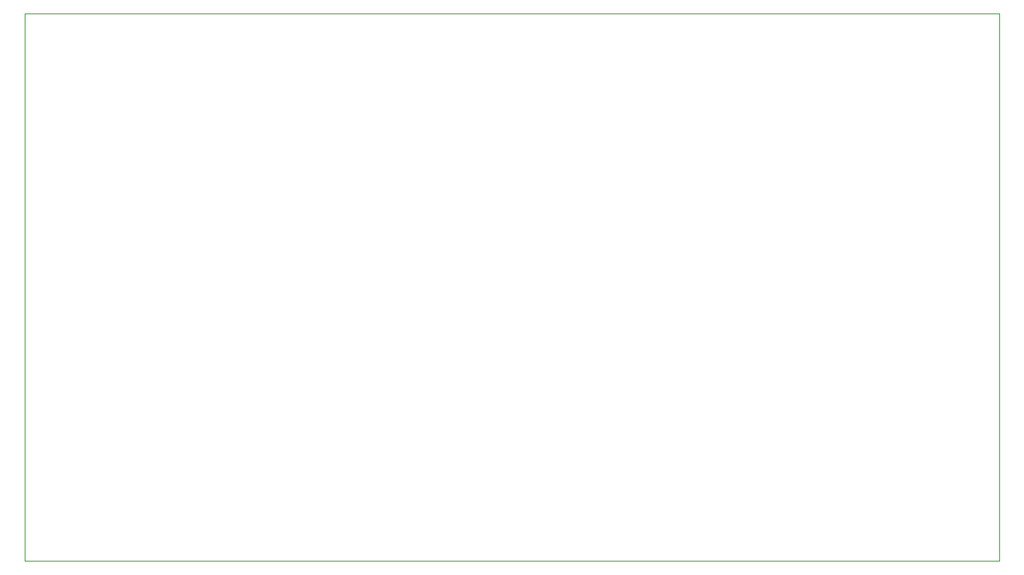
<source format=gbr>
%TF.GenerationSoftware,KiCad,Pcbnew,9.0.2*%
%TF.CreationDate,2025-12-19T14:33:50+01:00*%
%TF.ProjectId,SkyClock32,536b7943-6c6f-4636-9b33-322e6b696361,rev?*%
%TF.SameCoordinates,PX4524320PY6997400*%
%TF.FileFunction,Profile,NP*%
%FSLAX46Y46*%
G04 Gerber Fmt 4.6, Leading zero omitted, Abs format (unit mm)*
G04 Created by KiCad (PCBNEW 9.0.2) date 2025-12-19 14:33:50*
%MOMM*%
%LPD*%
G01*
G04 APERTURE LIST*
%TA.AperFunction,Profile*%
%ADD10C,0.050000*%
%TD*%
G04 APERTURE END LIST*
D10*
X0Y61890000D02*
X110200000Y61890000D01*
X110200000Y0D01*
X0Y0D01*
X0Y61890000D01*
M02*

</source>
